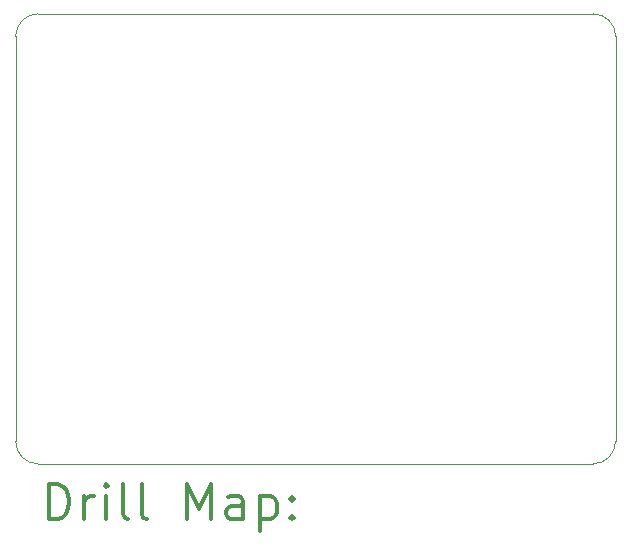
<source format=gbr>
%FSLAX45Y45*%
G04 Gerber Fmt 4.5, Leading zero omitted, Abs format (unit mm)*
G04 Created by KiCad (PCBNEW 5.1.12-84ad8e8a86~92~ubuntu20.04.1) date 2022-02-13 23:15:47*
%MOMM*%
%LPD*%
G01*
G04 APERTURE LIST*
%TA.AperFunction,Profile*%
%ADD10C,0.100000*%
%TD*%
%ADD11C,0.200000*%
%ADD12C,0.300000*%
G04 APERTURE END LIST*
D10*
X10350500Y-12446000D02*
G75*
G02*
X10160000Y-12255500I0J190500D01*
G01*
X15240000Y-12255500D02*
G75*
G02*
X15049500Y-12446000I-190500J0D01*
G01*
X15049500Y-8636000D02*
G75*
G02*
X15240000Y-8826500I0J-190500D01*
G01*
X10160000Y-8826500D02*
G75*
G02*
X10350500Y-8636000I190500J0D01*
G01*
X15049500Y-8636000D02*
X10350500Y-8636000D01*
X15240000Y-12255500D02*
X15240000Y-8826500D01*
X10350500Y-12446000D02*
X15049500Y-12446000D01*
X10160000Y-8826500D02*
X10160000Y-12255500D01*
D11*
D12*
X10441428Y-12916714D02*
X10441428Y-12616714D01*
X10512857Y-12616714D01*
X10555714Y-12631000D01*
X10584286Y-12659571D01*
X10598571Y-12688143D01*
X10612857Y-12745286D01*
X10612857Y-12788143D01*
X10598571Y-12845286D01*
X10584286Y-12873857D01*
X10555714Y-12902429D01*
X10512857Y-12916714D01*
X10441428Y-12916714D01*
X10741428Y-12916714D02*
X10741428Y-12716714D01*
X10741428Y-12773857D02*
X10755714Y-12745286D01*
X10770000Y-12731000D01*
X10798571Y-12716714D01*
X10827143Y-12716714D01*
X10927143Y-12916714D02*
X10927143Y-12716714D01*
X10927143Y-12616714D02*
X10912857Y-12631000D01*
X10927143Y-12645286D01*
X10941428Y-12631000D01*
X10927143Y-12616714D01*
X10927143Y-12645286D01*
X11112857Y-12916714D02*
X11084286Y-12902429D01*
X11070000Y-12873857D01*
X11070000Y-12616714D01*
X11270000Y-12916714D02*
X11241428Y-12902429D01*
X11227143Y-12873857D01*
X11227143Y-12616714D01*
X11612857Y-12916714D02*
X11612857Y-12616714D01*
X11712857Y-12831000D01*
X11812857Y-12616714D01*
X11812857Y-12916714D01*
X12084286Y-12916714D02*
X12084286Y-12759571D01*
X12070000Y-12731000D01*
X12041428Y-12716714D01*
X11984286Y-12716714D01*
X11955714Y-12731000D01*
X12084286Y-12902429D02*
X12055714Y-12916714D01*
X11984286Y-12916714D01*
X11955714Y-12902429D01*
X11941428Y-12873857D01*
X11941428Y-12845286D01*
X11955714Y-12816714D01*
X11984286Y-12802429D01*
X12055714Y-12802429D01*
X12084286Y-12788143D01*
X12227143Y-12716714D02*
X12227143Y-13016714D01*
X12227143Y-12731000D02*
X12255714Y-12716714D01*
X12312857Y-12716714D01*
X12341428Y-12731000D01*
X12355714Y-12745286D01*
X12370000Y-12773857D01*
X12370000Y-12859571D01*
X12355714Y-12888143D01*
X12341428Y-12902429D01*
X12312857Y-12916714D01*
X12255714Y-12916714D01*
X12227143Y-12902429D01*
X12498571Y-12888143D02*
X12512857Y-12902429D01*
X12498571Y-12916714D01*
X12484286Y-12902429D01*
X12498571Y-12888143D01*
X12498571Y-12916714D01*
X12498571Y-12731000D02*
X12512857Y-12745286D01*
X12498571Y-12759571D01*
X12484286Y-12745286D01*
X12498571Y-12731000D01*
X12498571Y-12759571D01*
M02*

</source>
